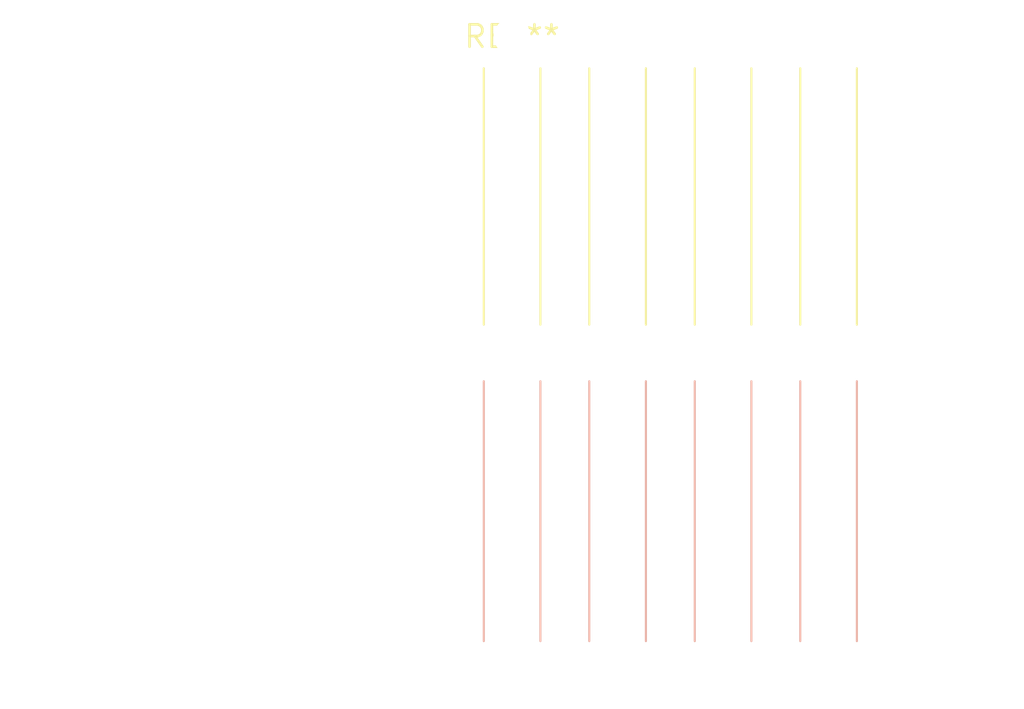
<source format=kicad_pcb>
(kicad_pcb (version 20240108) (generator pcbnew)
  (layers (0 "F.Cu" signal) (31 "B.Cu" signal) (34 "B.Paste" user) (35 "F.Paste" user) (36 "B.SilkS" user "B.Silkscreen") (37 "F.SilkS" user "F.Silkscreen") (38 "B.Mask" user) (39 "F.Mask" user) (44 "Edge.Cuts" user))
  (net 0 "")
  (footprint "SolderWire-1.5sqmm_1x04_P6mm_D1.7mm_OD3mm_Relief2x" (layer "F.Cu") (at 0 0)
    (property "Reference" "REF**")
    (property "Value" "SolderWire-1.5sqmm_1x04_P6mm_D1.7mm_OD3mm_Relief2x")
    (fp_line (start -1.61 19.61) (end -1.61 34.39) (layer "B.SilkS") (stroke (width 0.12)))
    (fp_line (start 1.61 19.61) (end 1.61 34.39) (layer "B.SilkS") (stroke (width 0.12)))
    (fp_line (start 4.39 19.61) (end 4.39 34.39) (layer "B.SilkS") (stroke (width 0.12)))
    (fp_line (start 7.61 19.61) (end 7.61 34.39) (layer "B.SilkS") (stroke (width 0.12)))
    (fp_line (start 10.39 19.61) (end 10.39 34.39) (layer "B.SilkS") (stroke (width 0.12)))
    (fp_line (start 13.61 19.61) (end 13.61 34.39) (layer "B.SilkS") (stroke (width 0.12)))
    (fp_line (start 16.39 19.61) (end 16.39 34.39) (layer "B.SilkS") (stroke (width 0.12)))
    (fp_line (start 19.61 19.61) (end 19.61 34.39) (layer "B.SilkS") (stroke (width 0.12)))
    (fp_line (start -1.61 1.81) (end -1.61 16.39) (layer "F.SilkS") (stroke (width 0.12)))
    (fp_line (start 1.61 1.81) (end 1.61 16.39) (layer "F.SilkS") (stroke (width 0.12)))
    (fp_line (start 4.39 1.81) (end 4.39 16.39) (layer "F.SilkS") (stroke (width 0.12)))
    (fp_line (start 7.61 1.81) (end 7.61 16.39) (layer "F.SilkS") (stroke (width 0.12)))
    (fp_line (start 10.39 1.81) (end 10.39 16.39) (layer "F.SilkS") (stroke (width 0.12)))
    (fp_line (start 13.61 1.81) (end 13.61 16.39) (layer "F.SilkS") (stroke (width 0.12)))
    (fp_line (start 16.39 1.81) (end 16.39 16.39) (layer "F.SilkS") (stroke (width 0.12)))
    (fp_line (start 19.61 1.81) (end 19.61 16.39) (layer "F.SilkS") (stroke (width 0.12)))
    (pad "" np_thru_hole circle (at 0 18) (size 3.5 3.5) (drill 3.5) (layers *.Cu *.Mask))
    (pad "" np_thru_hole circle (at 0 36) (size 3.5 3.5) (drill 3.5) (layers *.Cu *.Mask))
    (pad "" np_thru_hole circle (at 6 18) (size 3.5 3.5) (drill 3.5) (layers *.Cu *.Mask))
    (pad "" np_thru_hole circle (at 6 36) (size 3.5 3.5) (drill 3.5) (layers *.Cu *.Mask))
    (pad "" np_thru_hole circle (at 12 18) (size 3.5 3.5) (drill 3.5) (layers *.Cu *.Mask))
    (pad "" np_thru_hole circle (at 12 36) (size 3.5 3.5) (drill 3.5) (layers *.Cu *.Mask))
    (pad "" np_thru_hole circle (at 18 18) (size 3.5 3.5) (drill 3.5) (layers *.Cu *.Mask))
    (pad "" np_thru_hole circle (at 18 36) (size 3.5 3.5) (drill 3.5) (layers *.Cu *.Mask))
    (pad "1" thru_hole roundrect (at 0 0) (size 3.1 3.1) (drill 2.1) (layers *.Cu *.Mask) (remove_unused_layers) (roundrect_rratio 0.080645))
    (pad "2" thru_hole circle (at 6 0) (size 3.1 3.1) (drill 2.1) (layers *.Cu *.Mask) (remove_unused_layers))
    (pad "3" thru_hole circle (at 12 0) (size 3.1 3.1) (drill 2.1) (layers *.Cu *.Mask) (remove_unused_layers))
    (pad "4" thru_hole circle (at 18 0) (size 3.1 3.1) (drill 2.1) (layers *.Cu *.Mask) (remove_unused_layers))
  )
)
</source>
